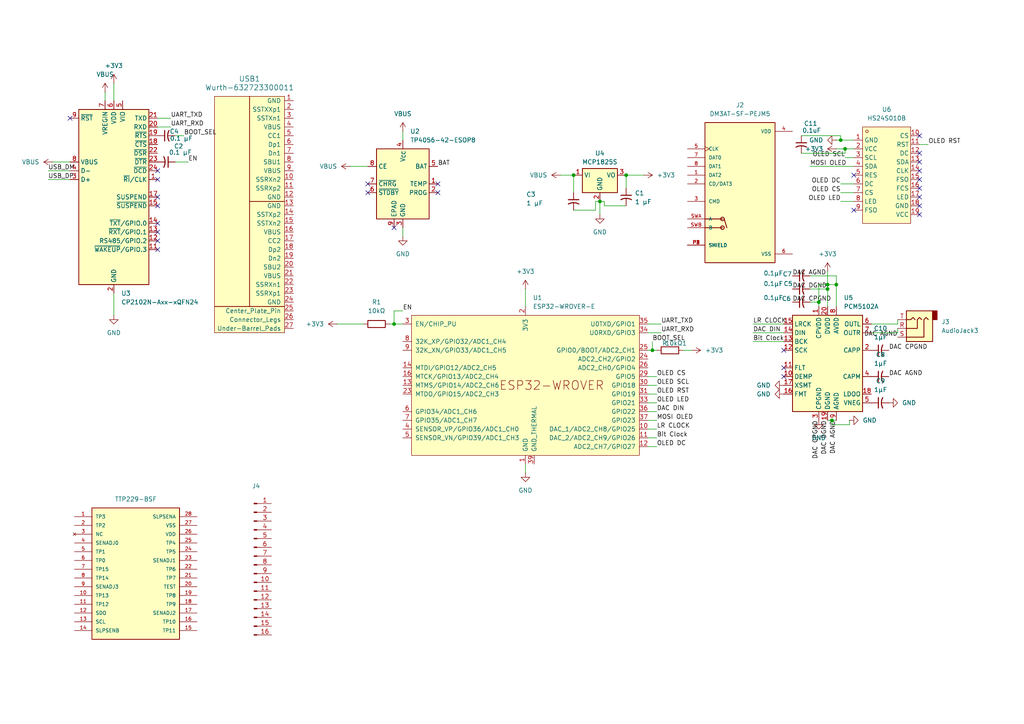
<source format=kicad_sch>
(kicad_sch (version 20250114) (generator "eeschema") (generator_version "9.0")
  (paper "A4")
  (lib_symbols
    (symbol "Audio:PCM5102A"
      (property "Reference" "U" (at -10.16 13.97 0))
      (property "Value" "PCM5102A" (at 3.81 13.97 0))
      (symbol "PCM5102A_0_1"
        (rectangle (start -10.16 12.7) (end 10.16 -15.24) (stroke (width 0.254)) (fill (type background)))
      )
      (symbol "PCM5102A_1_1"
        (pin input line (at -12.7 10.16 0) (length 2.54) (name "LRCK") (number "15"))
        (pin input line (at -12.7 7.62 0) (length 2.54) (name "DIN") (number "14"))
        (pin input line (at -12.7 5.08 0) (length 2.54) (name "BCK") (number "13"))
        (pin input line (at -12.7 2.54 0) (length 2.54) (name "SCK") (number "12"))
        (pin input line (at -12.7 -2.54 0) (length 2.54) (name "FLT") (number "11"))
        (pin input line (at -12.7 -5.08 0) (length 2.54) (name "DEMP") (number "10"))
        (pin input line (at -12.7 -7.62 0) (length 2.54) (name "XSMT") (number "17"))
        (pin input line (at -12.7 -10.16 0) (length 2.54) (name "FMT") (number "16"))
        (pin passive line (at -2.54 15.24 270) (length 2.54) (name "CPVDD") (number "1"))
        (pin power_in line (at -2.54 -17.78 90) (length 2.54) (name "CPGND") (number "3"))
        (pin power_in line (at 0 15.24 270) (length 2.54) (name "DVDD") (number "20"))
        (pin power_in line (at 0 -17.78 90) (length 2.54) (name "DGND") (number "19"))
        (pin power_in line (at 2.54 15.24 270) (length 2.54) (name "AVDD") (number "8"))
        (pin power_in line (at 2.54 -17.78 90) (length 2.54) (name "AGND") (number "9"))
        (pin output line (at 12.7 10.16 180) (length 2.54) (name "OUTL") (number "6"))
        (pin output line (at 12.7 7.62 180) (length 2.54) (name "OUTR") (number "7"))
        (pin passive line (at 12.7 2.54 180) (length 2.54) (name "CAPP") (number "2"))
        (pin passive line (at 12.7 -5.08 180) (length 2.54) (name "CAPM") (number "4"))
        (pin passive line (at 12.7 -10.16 180) (length 2.54) (name "LDOO") (number "18"))
        (pin passive line (at 12.7 -12.7 180) (length 2.54) (name "VNEG") (number "5"))
      )
    )
    (symbol "Battery_Management:TP4056-42-ESOP8"
      (property "Reference" "U" (at -6.604 11.684 0))
      (property "Value" "TP4056-42-ESOP8" (at 10.16 11.684 0))
      (symbol "TP4056-42-ESOP8_1_0"
        (pin input line (at -10.16 5.08 0) (length 2.54) (name "CE") (number "8"))
        (pin open_collector line (at -10.16 0 0) (length 2.54) (name "~{CHRG}") (number "7"))
        (pin open_collector line (at -10.16 -2.54 0) (length 2.54) (name "~{STDBY}") (number "6"))
        (pin passive line (at -2.54 -12.7 90) (length 2.54) (name "EPAD") (number "9"))
        (pin power_in line (at 0 12.7 270) (length 2.54) (name "V_{CC}") (number "4"))
        (pin power_in line (at 0 -12.7 90) (length 2.54) (name "GND") (number "3"))
        (pin power_out line (at 10.16 5.08 180) (length 2.54) (name "BAT") (number "5"))
        (pin input line (at 10.16 0 180) (length 2.54) (name "TEMP") (number "1"))
        (pin passive line (at 10.16 -2.54 180) (length 2.54) (name "PROG") (number "2"))
      )
      (symbol "TP4056-42-ESOP8_1_1"
        (rectangle (start -7.62 10.16) (end 7.62 -10.16) (stroke (width 0.254)) (fill (type background)))
      )
    )
    (symbol "Connector:Conn_01x16_Pin" (pin_names (offset 1.016) (hide yes))
      (property "Reference" "J" (at 0 20.32 0))
      (property "Value" "Conn_01x16_Pin" (at 0 -22.86 0))
      (symbol "Conn_01x16_Pin_1_1"
        (rectangle (start 0.8636 17.907) (end 0 17.653) (stroke (width 0.1524)) (fill (type outline)))
        (rectangle (start 0.8636 15.367) (end 0 15.113) (stroke (width 0.1524)) (fill (type outline)))
        (rectangle (start 0.8636 12.827) (end 0 12.573) (stroke (width 0.1524)) (fill (type outline)))
        (rectangle (start 0.8636 10.287) (end 0 10.033) (stroke (width 0.1524)) (fill (type outline)))
        (rectangle (start 0.8636 7.747) (end 0 7.493) (stroke (width 0.1524)) (fill (type outline)))
        (rectangle (start 0.8636 5.207) (end 0 4.953) (stroke (width 0.1524)) (fill (type outline)))
        (rectangle (start 0.8636 2.667) (end 0 2.413) (stroke (width 0.1524)) (fill (type outline)))
        (rectangle (start 0.8636 0.127) (end 0 -0.127) (stroke (width 0.1524)) (fill (type outline)))
        (rectangle (start 0.8636 -2.413) (end 0 -2.667) (stroke (width 0.1524)) (fill (type outline)))
        (rectangle (start 0.8636 -4.953) (end 0 -5.207) (stroke (width 0.1524)) (fill (type outline)))
        (rectangle (start 0.8636 -7.493) (end 0 -7.747) (stroke (width 0.1524)) (fill (type outline)))
        (rectangle (start 0.8636 -10.033) (end 0 -10.287) (stroke (width 0.1524)) (fill (type outline)))
        (rectangle (start 0.8636 -12.573) (end 0 -12.827) (stroke (width 0.1524)) (fill (type outline)))
        (rectangle (start 0.8636 -15.113) (end 0 -15.367) (stroke (width 0.1524)) (fill (type outline)))
        (rectangle (start 0.8636 -17.653) (end 0 -17.907) (stroke (width 0.1524)) (fill (type outline)))
        (rectangle (start 0.8636 -20.193) (end 0 -20.447) (stroke (width 0.1524)) (fill (type outline)))
        (polyline (pts (xy 1.27 17.78) (xy 0.8636 17.78)) (stroke (width 0.1524)))
        (polyline (pts (xy 1.27 15.24) (xy 0.8636 15.24)) (stroke (width 0.1524)))
        (polyline (pts (xy 1.27 12.7) (xy 0.8636 12.7)) (stroke (width 0.1524)))
        (polyline (pts (xy 1.27 10.16) (xy 0.8636 10.16)) (stroke (width 0.1524)))
        (polyline (pts (xy 1.27 7.62) (xy 0.8636 7.62)) (stroke (width 0.1524)))
        (polyline (pts (xy 1.27 5.08) (xy 0.8636 5.08)) (stroke (width 0.1524)))
        (polyline (pts (xy 1.27 2.54) (xy 0.8636 2.54)) (stroke (width 0.1524)))
        (polyline (pts (xy 1.27 0) (xy 0.8636 0)) (stroke (width 0.1524)))
        (polyline (pts (xy 1.27 -2.54) (xy 0.8636 -2.54)) (stroke (width 0.1524)))
        (polyline (pts (xy 1.27 -5.08) (xy 0.8636 -5.08)) (stroke (width 0.1524)))
        (polyline (pts (xy 1.27 -7.62) (xy 0.8636 -7.62)) (stroke (width 0.1524)))
        (polyline (pts (xy 1.27 -10.16) (xy 0.8636 -10.16)) (stroke (width 0.1524)))
        (polyline (pts (xy 1.27 -12.7) (xy 0.8636 -12.7)) (stroke (width 0.1524)))
        (polyline (pts (xy 1.27 -15.24) (xy 0.8636 -15.24)) (stroke (width 0.1524)))
        (polyline (pts (xy 1.27 -17.78) (xy 0.8636 -17.78)) (stroke (width 0.1524)))
        (polyline (pts (xy 1.27 -20.32) (xy 0.8636 -20.32)) (stroke (width 0.1524)))
        (pin passive line (at 5.08 17.78 180) (length 3.81) (name "Pin_1") (number "1"))
        (pin passive line (at 5.08 15.24 180) (length 3.81) (name "Pin_2") (number "2"))
        (pin passive line (at 5.08 12.7 180) (length 3.81) (name "Pin_3") (number "3"))
        (pin passive line (at 5.08 10.16 180) (length 3.81) (name "Pin_4") (number "4"))
        (pin passive line (at 5.08 7.62 180) (length 3.81) (name "Pin_5") (number "5"))
        (pin passive line (at 5.08 5.08 180) (length 3.81) (name "Pin_6") (number "6"))
        (pin passive line (at 5.08 2.54 180) (length 3.81) (name "Pin_7") (number "7"))
        (pin passive line (at 5.08 0 180) (length 3.81) (name "Pin_8") (number "8"))
        (pin passive line (at 5.08 -2.54 180) (length 3.81) (name "Pin_9") (number "9"))
        (pin passive line (at 5.08 -5.08 180) (length 3.81) (name "Pin_10") (number "10"))
        (pin passive line (at 5.08 -7.62 180) (length 3.81) (name "Pin_11") (number "11"))
        (pin passive line (at 5.08 -10.16 180) (length 3.81) (name "Pin_12") (number "12"))
        (pin passive line (at 5.08 -12.7 180) (length 3.81) (name "Pin_13") (number "13"))
        (pin passive line (at 5.08 -15.24 180) (length 3.81) (name "Pin_14") (number "14"))
        (pin passive line (at 5.08 -17.78 180) (length 3.81) (name "Pin_15") (number "15"))
        (pin passive line (at 5.08 -20.32 180) (length 3.81) (name "Pin_16") (number "16"))
      )
    )
    (symbol "Connector_Audio:AudioJack3"
      (property "Reference" "J" (at 0 8.89 0))
      (property "Value" "AudioJack3" (at 0 6.35 0))
      (symbol "AudioJack3_0_1"
        (rectangle (start -5.08 -5.08) (end -6.35 -2.54) (stroke (width 0.254)) (fill (type outline)))
        (polyline (pts (xy -1.905 -2.54) (xy -1.27 -3.175) (xy -0.635 -2.54) (xy -0.635 0) (xy 2.54 0)) (stroke (width 0.254)))
        (polyline (pts (xy 0 -2.54) (xy 0.635 -3.175) (xy 1.27 -2.54) (xy 2.54 -2.54)) (stroke (width 0.254)))
        (rectangle (start 2.54 3.81) (end -5.08 -5.08) (stroke (width 0.254)) (fill (type background)))
        (polyline (pts (xy 2.54 2.54) (xy -2.54 2.54) (xy -2.54 -2.54) (xy -3.175 -3.175) (xy -3.81 -2.54)) (stroke (width 0.254)))
      )
      (symbol "AudioJack3_1_1"
        (pin passive line (at 5.08 2.54 180) (length 2.54) (name "~") (number "S"))
        (pin passive line (at 5.08 0 180) (length 2.54) (name "~") (number "R"))
        (pin passive line (at 5.08 -2.54 180) (length 2.54) (name "~") (number "T"))
      )
    )
    (symbol "DM3AT-SF-PEJM5:DM3AT-SF-PEJM5" (pin_names (offset 1.016))
      (property "Reference" "J" (at -10.16 20.828 0))
      (property "Value" "DM3AT-SF-PEJM5" (at -10.16 -22.86 0))
      (symbol "DM3AT-SF-PEJM5_0_0"
        (polyline (pts (xy -10.16 -7.62) (xy -5.08 -7.62)) (stroke (width 0.254)))
        (polyline (pts (xy -10.16 -10.16) (xy -5.08 -10.16)) (stroke (width 0.254)))
        (rectangle (start -10.16 -20.32) (end 10.16 20.32) (stroke (width 0.254)) (fill (type background)))
        (circle (center -5.08 -7.62) (radius 0.508) (stroke (width 0.254)))
        (circle (center -5.08 -10.16) (radius 0.508) (stroke (width 0.254)))
        (polyline (pts (xy -4.572 -7.62) (xy -3.81 -10.16)) (stroke (width 0.254)))
        (pin bidirectional clock (at -15.24 12.7 0) (length 5.08) (name "CLK") (number "5"))
        (pin bidirectional line (at -15.24 10.16 0) (length 5.08) (name "DAT0") (number "7"))
        (pin bidirectional line (at -15.24 7.62 0) (length 5.08) (name "DAT1") (number "8"))
        (pin bidirectional line (at -15.24 5.08 0) (length 5.08) (name "DAT2") (number "1"))
        (pin bidirectional line (at -15.24 2.54 0) (length 5.08) (name "CD/DAT3") (number "2"))
        (pin bidirectional line (at -15.24 -2.54 0) (length 5.08) (name "CMD") (number "3"))
        (pin bidirectional line (at -15.24 -7.62 0) (length 5.08) (name "A") (number "SWA"))
        (pin bidirectional line (at -15.24 -10.16 0) (length 5.08) (name "B") (number "SWB"))
        (pin passive line (at -15.24 -15.24 0) (length 5.08) (name "SHIELD") (number "P1"))
        (pin passive line (at -15.24 -15.24 0) (length 5.08) (name "SHIELD") (number "P2"))
        (pin passive line (at -15.24 -15.24 0) (length 5.08) (name "SHIELD") (number "P3"))
        (pin passive line (at -15.24 -15.24 0) (length 5.08) (name "SHIELD") (number "P4"))
        (pin power_in line (at 15.24 17.78 180) (length 5.08) (name "VDD") (number "4"))
        (pin power_in line (at 15.24 -17.78 180) (length 5.08) (name "VSS") (number "6"))
      )
    )
    (symbol "Device:C_Small_US" (pin_numbers (hide yes)) (pin_names (offset 0.254) (hide yes))
      (property "Reference" "C" (at 0.254 1.778 0))
      (property "Value" "C_Small_US" (at 0.254 -2.032 0))
      (symbol "C_Small_US_0_1"
        (polyline (pts (xy -1.524 0.508) (xy 1.524 0.508)) (stroke (width 0.3048)))
        (arc (start -1.524 -0.762) (mid 0 -0.3734) (end 1.524 -0.762) (stroke (width 0.3048)))
      )
      (symbol "C_Small_US_1_1"
        (pin passive line (at 0 2.54 270) (length 2.032) (name "~") (number "1"))
        (pin passive line (at 0 -2.54 90) (length 2.032) (name "~") (number "2"))
      )
    )
    (symbol "Device:R" (pin_numbers (hide yes)) (pin_names (offset 0))
      (property "Reference" "R" (at 2.032 0 90))
      (property "Value" "R" (at 0 0 90))
      (symbol "R_0_1"
        (rectangle (start -1.016 -2.54) (end 1.016 2.54) (stroke (width 0.254)))
      )
      (symbol "R_1_1"
        (pin passive line (at 0 3.81 270) (length 1.27) (name "~") (number "1"))
        (pin passive line (at 0 -3.81 90) (length 1.27) (name "~") (number "2"))
      )
    )
    (symbol "Espressif:ESP32-WROVER-E" (pin_names (offset 1.016))
      (property "Reference" "U" (at -30.48 25.4 0))
      (property "Value" "ESP32-WROVER-E" (at -30.48 22.86 0))
      (symbol "ESP32-WROVER-E_0_1"
        (rectangle (start -33.02 20.32) (end 33.02 -20.32) (fill (type background)))
      )
      (symbol "ESP32-WROVER-E_1_1"
        (text "ESP32-­WROVER" (at 7.62 0 0) (effects (font (size 2.54 2.54))))
        (pin input line (at -35.56 17.78 0) (length 2.54) (name "EN/CHIP_PU") (number "3"))
        (pin bidirectional line (at -35.56 12.7 0) (length 2.54) (name "32K_XP/GPIO32/ADC1_CH4") (number "8"))
        (pin bidirectional line (at -35.56 10.16 0) (length 2.54) (name "32K_XN/GPIO33/ADC1_CH5") (number "9"))
        (pin bidirectional line (at -35.56 5.08 0) (length 2.54) (name "MTDI/GPIO12/ADC2_CH5") (number "14"))
        (pin bidirectional line (at -35.56 2.54 0) (length 2.54) (name "MTCK/GPIO13/ADC2_CH4") (number "16"))
        (pin bidirectional line (at -35.56 0 0) (length 2.54) (name "MTMS/GPIO14/ADC2_CH6") (number "13"))
        (pin bidirectional line (at -35.56 -2.54 0) (length 2.54) (name "MTDO/GPIO15/ADC2_CH3") (number "23"))
        (pin input line (at -35.56 -7.62 0) (length 2.54) (name "GPIO34/ADC1_CH6") (number "6"))
        (pin input line (at -35.56 -10.16 0) (length 2.54) (name "GPIO35/ADC1_CH7") (number "7"))
        (pin input line (at -35.56 -12.7 0) (length 2.54) (name "SENSOR_VP/GPIO36/ADC1_CH0") (number "4"))
        (pin input line (at -35.56 -15.24 0) (length 2.54) (name "SENSOR_VN/GPIO39/ADC1_CH3") (number "5"))
        (pin power_in line (at 0 22.86 270) (length 2.54) (name "3V3") (number "2"))
        (pin power_in line (at 0 -22.86 90) (length 2.54) (name "GND") (number "1"))
        (pin passive line (at 0 -22.86 90) (length 2.54) (hide yes) (name "GND") (number "15"))
        (pin passive line (at 0 -22.86 90) (length 2.54) (hide yes) (name "GND") (number "38"))
        (pin power_in line (at 2.54 -22.86 90) (length 2.54) (name "GND_THERMAL") (number "39"))
        (pin bidirectional line (at 35.56 17.78 180) (length 2.54) (name "U0TXD/GPIO1") (number "35"))
        (pin bidirectional line (at 35.56 15.24 180) (length 2.54) (name "U0RXD/GPIO3") (number "34"))
        (pin bidirectional line (at 35.56 10.16 180) (length 2.54) (name "GPIO0/BOOT/ADC2_CH1") (number "25"))
        (pin bidirectional line (at 35.56 7.62 180) (length 2.54) (name "ADC2_CH2/GPIO2") (number "24"))
        (pin bidirectional line (at 35.56 5.08 180) (length 2.54) (name "ADC2_CH0/GPIO4") (number "26"))
        (pin bidirectional line (at 35.56 2.54 180) (length 2.54) (name "GPIO5") (number "29"))
        (pin bidirectional line (at 35.56 0 180) (length 2.54) (name "GPIO18") (number "30"))
        (pin bidirectional line (at 35.56 -2.54 180) (length 2.54) (name "GPIO19") (number "31"))
        (pin bidirectional line (at 35.56 -5.08 180) (length 2.54) (name "GPIO21") (number "33"))
        (pin bidirectional line (at 35.56 -7.62 180) (length 2.54) (name "GPIO22") (number "36"))
        (pin bidirectional line (at 35.56 -10.16 180) (length 2.54) (name "GPIO23") (number "37"))
        (pin bidirectional line (at 35.56 -12.7 180) (length 2.54) (name "DAC_1/ADC2_CH8/GPIO25") (number "10"))
        (pin bidirectional line (at 35.56 -15.24 180) (length 2.54) (name "DAC_2/ADC2_CH9/GPIO26") (number "11"))
        (pin bidirectional line (at 35.56 -17.78 180) (length 2.54) (name "ADC2_CH7/GPIO27") (number "12"))
      )
    )
    (symbol "Interface_USB:CP2102N-Axx-xQFN24"
      (property "Reference" "U" (at -8.89 26.67 0))
      (property "Value" "CP2102N-Axx-xQFN24" (at 13.97 26.67 0))
      (symbol "CP2102N-Axx-xQFN24_0_1"
        (rectangle (start -10.16 25.4) (end 10.16 -25.4) (stroke (width 0.254)) (fill (type background)))
      )
      (symbol "CP2102N-Axx-xQFN24_1_1"
        (pin input line (at -12.7 22.86 0) (length 2.54) (name "~{RST}") (number "9"))
        (pin input line (at -12.7 10.16 0) (length 2.54) (name "VBUS") (number "8"))
        (pin bidirectional line (at -12.7 7.62 0) (length 2.54) (name "D-") (number "4"))
        (pin bidirectional line (at -12.7 5.08 0) (length 2.54) (name "D+") (number "3"))
        (pin no_connect line (at -10.16 -22.86 0) (length 2.54) (hide yes) (name "NC") (number "10"))
        (pin power_in line (at -2.54 27.94 270) (length 2.54) (name "VREGIN") (number "7"))
        (pin power_in line (at 0 27.94 270) (length 2.54) (name "VDD") (number "6"))
        (pin power_in line (at 0 -27.94 90) (length 2.54) (name "GND") (number "2"))
        (pin passive line (at 0 -27.94 90) (length 2.54) (hide yes) (name "GND") (number "25"))
        (pin power_in line (at 2.54 27.94 270) (length 2.54) (name "VIO") (number "5"))
        (pin no_connect line (at 10.16 -22.86 180) (length 2.54) (hide yes) (name "NC") (number "16"))
        (pin output line (at 12.7 22.86 180) (length 2.54) (name "TXD") (number "21"))
        (pin input line (at 12.7 20.32 180) (length 2.54) (name "RXD") (number "20"))
        (pin output line (at 12.7 17.78 180) (length 2.54) (name "~{RTS}") (number "19"))
        (pin input line (at 12.7 15.24 180) (length 2.54) (name "~{CTS}") (number "18"))
        (pin input line (at 12.7 12.7 180) (length 2.54) (name "~{DSR}") (number "22"))
        (pin output line (at 12.7 10.16 180) (length 2.54) (name "~{DTR}") (number "23"))
        (pin input line (at 12.7 7.62 180) (length 2.54) (name "~{DCD}") (number "24"))
        (pin bidirectional line (at 12.7 5.08 180) (length 2.54) (name "~{RI}/CLK") (number "1"))
        (pin output line (at 12.7 0 180) (length 2.54) (name "SUSPEND") (number "17"))
        (pin output line (at 12.7 -2.54 180) (length 2.54) (name "~{SUSPEND}") (number "15"))
        (pin bidirectional line (at 12.7 -7.62 180) (length 2.54) (name "~{TXT}/GPIO.0") (number "14"))
        (pin bidirectional line (at 12.7 -10.16 180) (length 2.54) (name "~{RXT}/GPIO.1") (number "13"))
        (pin bidirectional line (at 12.7 -12.7 180) (length 2.54) (name "RS485/GPIO.2") (number "12"))
        (pin bidirectional line (at 12.7 -15.24 180) (length 2.54) (name "~{WAKEUP}/GPIO.3") (number "11"))
      )
    )
    (symbol "OLED:HS24S010B"
      (property "Reference" "U" (at 0 16.51 0))
      (property "Value" "HS24S010B" (at 0 -16.51 0))
      (symbol "HS24S010B_0_1"
        (rectangle (start -7.62 13.97) (end 6.35 -13.97) (fill (type background)))
        (circle (center -6.35 12.7) (radius 0.38))
        (pin unspecified line (at -10.16 10.16 0) (length 2.54) (name "GND") (number "1"))
        (pin unspecified line (at -10.16 7.62 0) (length 2.54) (name "VCC") (number "2"))
        (pin unspecified line (at -10.16 5.08 0) (length 2.54) (name "SCL") (number "3"))
        (pin unspecified line (at -10.16 2.54 0) (length 2.54) (name "SDA") (number "4"))
        (pin unspecified line (at -10.16 0 0) (length 2.54) (name "RES") (number "5"))
        (pin unspecified line (at -10.16 -2.54 0) (length 2.54) (name "DC") (number "6"))
        (pin unspecified line (at -10.16 -5.08 0) (length 2.54) (name "CS") (number "7"))
        (pin unspecified line (at -10.16 -7.62 0) (length 2.54) (name "LED") (number "8"))
        (pin unspecified line (at -10.16 -10.16 0) (length 2.54) (name "FSO") (number "9"))
        (pin unspecified line (at 8.89 11.43 180) (length 2.54) (name "CS") (number "10"))
        (pin unspecified line (at 8.89 8.89 180) (length 2.54) (name "RST") (number "11"))
        (pin unspecified line (at 8.89 6.35 180) (length 2.54) (name "DC") (number "12"))
        (pin unspecified line (at 8.89 3.81 180) (length 2.54) (name "SDA") (number "13"))
        (pin unspecified line (at 8.89 1.27 180) (length 2.54) (name "CLK") (number "14"))
        (pin unspecified line (at 8.89 -1.27 180) (length 2.54) (name "FSO") (number "15"))
        (pin unspecified line (at 8.89 -3.81 180) (length 2.54) (name "FCS") (number "16"))
        (pin unspecified line (at 8.89 -6.35 180) (length 2.54) (name "LED") (number "17"))
        (pin unspecified line (at 8.89 -8.89 180) (length 2.54) (name "GND") (number "18"))
        (pin unspecified line (at 8.89 -11.43 180) (length 2.54) (name "VCC") (number "19"))
      )
    )
    (symbol "Regulator_Linear:MCP1825S"
      (property "Reference" "U" (at -3.81 3.175 0))
      (property "Value" "MCP1825S" (at 0 3.175 0))
      (symbol "MCP1825S_0_1"
        (rectangle (start -5.08 1.905) (end 5.08 -5.08) (stroke (width 0.254)) (fill (type background)))
      )
      (symbol "MCP1825S_1_1"
        (pin power_in line (at -7.62 0 0) (length 2.54) (name "VI") (number "1"))
        (pin power_in line (at 0 -7.62 90) (length 2.54) (name "GND") (number "2"))
        (pin power_out line (at 7.62 0 180) (length 2.54) (name "VO") (number "3"))
      )
    )
    (symbol "TTP229-BSF:TTP229-BSF" (pin_names (offset 1.016))
      (property "Reference" "IC" (at 31.75 7.62 0))
      (property "Value" "TTP229-BSF" (at 31.75 5.08 0))
      (symbol "TTP229-BSF_0_0"
        (rectangle (start 5.08 -35.56) (end 30.48 2.54) (stroke (width 0.254)) (fill (type background)))
        (pin bidirectional line (at 0 0 0) (length 5.08) (name "TP3") (number "1"))
        (pin bidirectional line (at 0 -2.54 0) (length 5.08) (name "TP2") (number "2"))
        (pin no_connect line (at 0 -5.08 0) (length 5.08) (name "NC") (number "3"))
        (pin bidirectional line (at 0 -7.62 0) (length 5.08) (name "SENADJ0") (number "4"))
        (pin bidirectional line (at 0 -10.16 0) (length 5.08) (name "TP1") (number "5"))
        (pin bidirectional line (at 0 -12.7 0) (length 5.08) (name "TP0") (number "6"))
        (pin bidirectional line (at 0 -15.24 0) (length 5.08) (name "TP15") (number "7"))
        (pin bidirectional line (at 0 -17.78 0) (length 5.08) (name "TP14") (number "8"))
        (pin bidirectional line (at 0 -20.32 0) (length 5.08) (name "SENADJ3") (number "9"))
        (pin bidirectional line (at 0 -22.86 0) (length 5.08) (name "TP13") (number "10"))
        (pin bidirectional line (at 0 -25.4 0) (length 5.08) (name "TP12") (number "11"))
        (pin bidirectional line (at 0 -27.94 0) (length 5.08) (name "SDO") (number "12"))
        (pin bidirectional line (at 0 -30.48 0) (length 5.08) (name "SCL") (number "13"))
        (pin bidirectional line (at 0 -33.02 0) (length 5.08) (name "SLPSENB") (number "14"))
        (pin bidirectional line (at 35.56 0 180) (length 5.08) (name "SLPSENA") (number "28"))
        (pin bidirectional line (at 35.56 -2.54 180) (length 5.08) (name "VSS") (number "27"))
        (pin bidirectional line (at 35.56 -5.08 180) (length 5.08) (name "VDD") (number "26"))
        (pin bidirectional line (at 35.56 -7.62 180) (length 5.08) (name "TP4") (number "25"))
        (pin bidirectional line (at 35.56 -10.16 180) (length 5.08) (name "TP5") (number "24"))
        (pin bidirectional line (at 35.56 -12.7 180) (length 5.08) (name "SENADJ1") (number "23"))
        (pin bidirectional line (at 35.56 -15.24 180) (length 5.08) (name "TP6") (number "22"))
        (pin bidirectional line (at 35.56 -17.78 180) (length 5.08) (name "TP7") (number "21"))
        (pin bidirectional line (at 35.56 -20.32 180) (length 5.08) (name "TEST") (number "20"))
        (pin bidirectional line (at 35.56 -22.86 180) (length 5.08) (name "TP8") (number "19"))
        (pin bidirectional line (at 35.56 -25.4 180) (length 5.08) (name "TP9") (number "18"))
        (pin bidirectional line (at 35.56 -27.94 180) (length 5.08) (name "SENADJ2") (number "17"))
        (pin bidirectional line (at 35.56 -30.48 180) (length 5.08) (name "TP10") (number "16"))
        (pin bidirectional line (at 35.56 -33.02 180) (length 5.08) (name "TP11") (number "15"))
      )
    )
    (symbol "Type-C:Wurth-632723300011" (pin_names (offset 1.016))
      (property "Reference" "USB" (at -16.51 0 90))
      (property "Value" "Wurth-632723300011" (at -13.97 0 90))
      (symbol "Wurth-632723300011_0_1"
        (rectangle (start -10.16 30.48) (end -20.32 -30.48) (fill (type background)))
        (rectangle (start -10.16 0) (end 0 -30.48) (fill (type background)))
        (rectangle (start 0 0) (end -10.16 30.48) (fill (type background)))
        (rectangle (start 0 -30.48) (end -20.32 -38.1) (fill (type background)))
      )
      (symbol "Wurth-632723300011_1_1"
        (pin input line (at 2.54 29.21 180) (length 2.54) (name "GND") (number "1"))
        (pin input line (at 2.54 26.67 180) (length 2.54) (name "SSTXXp1") (number "2"))
        (pin input line (at 2.54 24.13 180) (length 2.54) (name "SSTXn1") (number "3"))
        (pin input line (at 2.54 21.59 180) (length 2.54) (name "VBUS") (number "4"))
        (pin input line (at 2.54 19.05 180) (length 2.54) (name "CC1") (number "5"))
        (pin input line (at 2.54 16.51 180) (length 2.54) (name "Dp1") (number "6"))
        (pin input line (at 2.54 13.97 180) (length 2.54) (name "Dn1") (number "7"))
        (pin input line (at 2.54 11.43 180) (length 2.54) (name "SBU1") (number "8"))
        (pin input line (at 2.54 8.89 180) (length 2.54) (name "VBUS") (number "9"))
        (pin input line (at 2.54 6.35 180) (length 2.54) (name "SSRXn2") (number "10"))
        (pin input line (at 2.54 3.81 180) (length 2.54) (name "SSRXp2") (number "11"))
        (pin input line (at 2.54 1.27 180) (length 2.54) (name "GND") (number "12"))
        (pin input line (at 2.54 -1.27 180) (length 2.54) (name "GND") (number "13"))
        (pin input line (at 2.54 -3.81 180) (length 2.54) (name "SSTXp2") (number "14"))
        (pin input line (at 2.54 -6.35 180) (length 2.54) (name "SSTXn2") (number "15"))
        (pin input line (at 2.54 -8.89 180) (length 2.54) (name "VBUS") (number "16"))
        (pin input line (at 2.54 -11.43 180) (length 2.54) (name "CC2") (number "17"))
        (pin input line (at 2.54 -13.97 180) (length 2.54) (name "Dp2") (number "18"))
        (pin input line (at 2.54 -16.51 180) (length 2.54) (name "Dn2") (number "19"))
        (pin input line (at 2.54 -19.05 180) (length 2.54) (name "SBU2") (number "20"))
        (pin input line (at 2.54 -21.59 180) (length 2.54) (name "VBUS") (number "21"))
        (pin input line (at 2.54 -24.13 180) (length 2.54) (name "SSRXn1") (number "22"))
        (pin input line (at 2.54 -26.67 180) (length 2.54) (name "SSRXp1") (number "23"))
        (pin input line (at 2.54 -29.21 180) (length 2.54) (name "GND") (number "24"))
        (pin input line (at 2.54 -31.75 180) (length 2.54) (name "Center_Plate_Pin") (number "25"))
        (pin input line (at 2.54 -34.29 180) (length 2.54) (name "Connector_Legs") (number "26"))
        (pin input line (at 2.54 -36.83 180) (length 2.54) (name "Under-Barrel_Pads") (number "27"))
      )
    )
    (symbol "power:+3V3" (power) (pin_numbers (hide yes)) (pin_names (offset 0) (hide yes))
      (property "Value" "+3V3" (at 0 3.556 0))
      (symbol "+3V3_0_1"
        (polyline (pts (xy -0.762 1.27) (xy 0 2.54)))
        (polyline (pts (xy 0 2.54) (xy 0.762 1.27)))
        (polyline (pts (xy 0 0) (xy 0 2.54)))
      )
      (symbol "+3V3_1_1"
        (pin power_in line (at 0 0 90) (length 0) (name "~") (number "1"))
      )
    )
    (symbol "power:GND" (power) (pin_numbers (hide yes)) (pin_names (offset 0) (hide yes))
      (property "Value" "GND" (at 0 -3.81 0))
      (symbol "GND_0_1"
        (polyline (pts (xy 0 0) (xy 0 -1.27) (xy 1.27 -1.27) (xy 0 -2.54) (xy -1.27 -1.27) (xy 0 -1.27)))
      )
      (symbol "GND_1_1"
        (pin power_in line (at 0 0 270) (length 0) (name "~") (number "1"))
      )
    )
    (symbol "power:VBUS" (power) (pin_numbers (hide yes)) (pin_names (offset 0) (hide yes))
      (property "Value" "VBUS" (at 0 3.556 0))
      (symbol "VBUS_0_1"
        (polyline (pts (xy -0.762 1.27) (xy 0 2.54)))
        (polyline (pts (xy 0 2.54) (xy 0.762 1.27)))
        (polyline (pts (xy 0 0) (xy 0 2.54)))
      )
      (symbol "VBUS_1_1"
        (pin power_in line (at 0 0 90) (length 0) (name "~") (number "1"))
      )
    )
  )
  (junction (at 243.84 40.64))
  (junction (at 166.37 50.8))
  (junction (at 241.3 121.92))
  (junction (at 242.57 82.55))
  (junction (at 240.03 82.55))
  (junction (at 114.3 93.98))
  (junction (at 181.61 50.8))
  (junction (at 173.99 58.42))
  (junction (at 240.03 83.82))
  (junction (at 189.23 101.6))
  (junction (at 237.49 87.63))
  (junction (at 245.11 43.18))
  (no_connect (at 45.72 52.07))
  (no_connect (at 45.72 57.15))
  (no_connect (at 227.33 106.68))
  (no_connect (at 247.65 60.96))
  (no_connect (at 266.7 44.45))
  (no_connect (at 45.72 69.85))
  (no_connect (at 266.7 52.07))
  (no_connect (at 266.7 62.23))
  (no_connect (at 266.7 54.61))
  (no_connect (at 247.65 50.8))
  (no_connect (at 106.68 53.34))
  (no_connect (at 45.72 59.69))
  (no_connect (at 266.7 59.69))
  (no_connect (at 45.72 49.53))
  (no_connect (at 127 55.88))
  (no_connect (at 45.72 72.39))
  (no_connect (at 227.33 101.6))
  (no_connect (at 266.7 57.15))
  (no_connect (at 266.7 46.99))
  (no_connect (at 45.72 64.77))
  (no_connect (at 266.7 39.37))
  (no_connect (at 127 53.34))
  (no_connect (at 20.32 34.29))
  (no_connect (at 227.33 109.22))
  (no_connect (at 266.7 49.53))
  (no_connect (at 114.3 66.04))
  (no_connect (at 45.72 67.31))
  (no_connect (at 106.68 55.88))
  (wire (pts (xy 33.02 24.13) (xy 33.02 29.21)))
  (wire (pts (xy 232.41 44.45) (xy 245.11 44.45)))
  (wire (pts (xy 232.41 39.37) (xy 243.84 39.37)))
  (wire (pts (xy 181.61 50.8) (xy 181.61 54.61)))
  (wire (pts (xy 15.24 46.99) (xy 20.32 46.99)))
  (wire (pts (xy 13.97 52.07) (xy 20.32 52.07)))
  (wire (pts (xy 242.57 43.18) (xy 245.11 43.18)))
  (wire (pts (xy 246.38 123.19) (xy 246.38 121.92)))
  (wire (pts (xy 187.96 111.76) (xy 190.5 111.76)))
  (wire (pts (xy 241.3 121.92) (xy 241.3 123.19)))
  (wire (pts (xy 114.3 93.98) (xy 116.84 93.98)))
  (wire (pts (xy 50.8 39.37) (xy 53.34 39.37)))
  (wire (pts (xy 218.44 93.98) (xy 227.33 93.98)))
  (wire (pts (xy 189.23 101.6) (xy 190.5 101.6)))
  (wire (pts (xy 243.84 53.34) (xy 247.65 53.34)))
  (wire (pts (xy 198.12 101.6) (xy 200.66 101.6)))
  (wire (pts (xy 187.96 116.84) (xy 190.5 116.84)))
  (wire (pts (xy 241.3 123.19) (xy 246.38 123.19)))
  (wire (pts (xy 187.96 96.52) (xy 191.77 96.52)))
  (wire (pts (xy 243.84 58.42) (xy 247.65 58.42)))
  (wire (pts (xy 234.95 48.26) (xy 247.65 48.26)))
  (wire (pts (xy 240.03 121.92) (xy 241.3 121.92)))
  (wire (pts (xy 242.57 88.9) (xy 242.57 82.55)))
  (wire (pts (xy 30.48 26.67) (xy 30.48 29.21)))
  (wire (pts (xy 241.3 121.92) (xy 242.57 121.92)))
  (wire (pts (xy 173.99 58.42) (xy 173.99 62.23)))
  (wire (pts (xy 234.95 83.82) (xy 240.03 83.82)))
  (wire (pts (xy 175.26 58.42) (xy 173.99 58.42)))
  (wire (pts (xy 162.56 50.8) (xy 166.37 50.8)))
  (wire (pts (xy 245.11 43.18) (xy 247.65 43.18)))
  (wire (pts (xy 113.03 93.98) (xy 114.3 93.98)))
  (wire (pts (xy 187.96 121.92) (xy 190.5 121.92)))
  (wire (pts (xy 187.96 129.54) (xy 190.5 129.54)))
  (wire (pts (xy 187.96 127) (xy 190.5 127)))
  (wire (pts (xy 50.8 46.99) (xy 54.61 46.99)))
  (wire (pts (xy 114.3 90.17) (xy 114.3 93.98)))
  (wire (pts (xy 237.49 82.55) (xy 237.49 87.63)))
  (wire (pts (xy 187.96 114.3) (xy 190.5 114.3)))
  (wire (pts (xy 242.57 80.01) (xy 242.57 82.55)))
  (wire (pts (xy 45.72 36.83) (xy 49.53 36.83)))
  (wire (pts (xy 45.72 34.29) (xy 49.53 34.29)))
  (wire (pts (xy 101.6 48.26) (xy 106.68 48.26)))
  (wire (pts (xy 175.26 59.69) (xy 175.26 58.42)))
  (wire (pts (xy 116.84 66.04) (xy 116.84 68.58)))
  (wire (pts (xy 166.37 50.8) (xy 166.37 55.88)))
  (wire (pts (xy 187.96 119.38) (xy 190.5 119.38)))
  (wire (pts (xy 172.72 58.42) (xy 173.99 58.42)))
  (wire (pts (xy 33.02 85.09) (xy 33.02 91.44)))
  (wire (pts (xy 260.35 93.98) (xy 260.35 92.71)))
  (wire (pts (xy 172.72 60.96) (xy 172.72 58.42)))
  (wire (pts (xy 237.49 87.63) (xy 237.49 88.9)))
  (wire (pts (xy 116.84 90.17) (xy 114.3 90.17)))
  (wire (pts (xy 252.73 96.52) (xy 260.35 96.52)))
  (wire (pts (xy 187.96 124.46) (xy 190.5 124.46)))
  (wire (pts (xy 260.35 96.52) (xy 260.35 95.25)))
  (wire (pts (xy 237.49 82.55) (xy 240.03 82.55)))
  (wire (pts (xy 243.84 55.88) (xy 247.65 55.88)))
  (wire (pts (xy 240.03 78.74) (xy 240.03 82.55)))
  (wire (pts (xy 13.97 49.53) (xy 20.32 49.53)))
  (wire (pts (xy 245.11 45.72) (xy 247.65 45.72)))
  (wire (pts (xy 189.23 99.06) (xy 189.23 101.6)))
  (wire (pts (xy 218.44 96.52) (xy 227.33 96.52)))
  (wire (pts (xy 234.95 80.01) (xy 242.57 80.01)))
  (wire (pts (xy 242.57 82.55) (xy 240.03 82.55)))
  (wire (pts (xy 181.61 50.8) (xy 186.69 50.8)))
  (wire (pts (xy 187.96 93.98) (xy 191.77 93.98)))
  (wire (pts (xy 166.37 60.96) (xy 172.72 60.96)))
  (wire (pts (xy 242.57 40.64) (xy 243.84 40.64)))
  (wire (pts (xy 266.7 41.91) (xy 269.24 41.91)))
  (wire (pts (xy 152.4 83.82) (xy 152.4 88.9)))
  (wire (pts (xy 243.84 39.37) (xy 243.84 40.64)))
  (wire (pts (xy 243.84 40.64) (xy 247.65 40.64)))
  (wire (pts (xy 116.84 38.1) (xy 116.84 40.64)))
  (wire (pts (xy 152.4 134.62) (xy 152.4 137.16)))
  (wire (pts (xy 234.95 87.63) (xy 237.49 87.63)))
  (wire (pts (xy 97.79 93.98) (xy 105.41 93.98)))
  (wire (pts (xy 187.96 101.6) (xy 189.23 101.6)))
  (wire (pts (xy 181.61 59.69) (xy 175.26 59.69)))
  (wire (pts (xy 240.03 83.82) (xy 240.03 88.9)))
  (wire (pts (xy 187.96 109.22) (xy 190.5 109.22)))
  (wire (pts (xy 252.73 93.98) (xy 260.35 93.98)))
  (wire (pts (xy 245.11 44.45) (xy 245.11 43.18)))
  (wire (pts (xy 240.03 82.55) (xy 240.03 83.82)))
  (wire (pts (xy 218.44 99.06) (xy 227.33 99.06)))
  (label "EN" (at 54.61 46.99 0))
  (label "Bit Clock" (at 190.5 127 0))
  (label "LR CLOCK" (at 218.44 93.98 0))
  (label "OLED LED" (at 190.5 116.84 0))
  (label "Bit Clock" (at 218.44 99.06 0))
  (label "DAC DIN" (at 218.44 96.52 0))
  (label "DAC DGND" (at 229.87 83.82 0))
  (label "DAC DIN" (at 190.5 119.38 0))
  (label "UART_TXD" (at 49.53 34.29 0))
  (label "DAC AGND" (at 257.81 109.22 0))
  (label "MOSI OLED" (at 234.95 48.26 0))
  (label "LR CLOCK" (at 190.5 124.46 0))
  (label "DAC CPGND" (at 237.49 121.92 270))
  (label "USB_DP" (at 13.97 52.07 0))
  (label "OLED SCL" (at 190.5 111.76 0))
  (label "UART_TXD" (at 191.77 93.98 0))
  (label "BOOT_SEL" (at 53.34 39.37 0))
  (label "OLED RST" (at 269.24 41.91 0))
  (label "UART_RXD" (at 49.53 36.83 0))
  (label "OLED CS" (at 243.84 55.88 180))
  (label "DAC AGND" (at 242.57 121.92 270))
  (label "MOSI OLED" (at 190.5 121.92 0))
  (label "OLED CS" (at 190.5 109.22 0))
  (label "OLED DC" (at 243.84 53.34 180))
  (label "DAC CPGND" (at 229.87 87.63 0))
  (label "BOOT_SEL" (at 189.23 99.06 0))
  (label "EN" (at 116.84 90.17 0))
  (label "DAC DGND" (at 240.03 121.92 270))
  (label "OLED RST" (at 190.5 114.3 0))
  (label "BAT" (at 127 48.26 0))
  (label "DAC CPGND" (at 257.81 101.6 0))
  (label "DAC AGND" (at 229.87 80.01 0))
  (label "OLED LED" (at 243.84 58.42 180))
  (label "UART_RXD" (at 191.77 96.52 0))
  (label "DAC AGND" (at 260.35 97.79 180))
  (label "OLED DC" (at 190.5 129.54 0))
  (label "USB_DM" (at 13.97 49.53 0))
  (label "OLED SCL" (at 245.11 45.72 180))
  (symbol (lib_id "power:VBUS") (at 15.24 46.99 90) (unit 1)
    (property "Reference" "#PWR08" (effects (hide yes)))
    (property "Value" "VBUS" (at 11.43 46.9899 90) (effects (justify left)))
    (property "Description" "Power symbol creates a global label with name \"VBUS\"" (effects (hide yes)))
  )
  (symbol (lib_id "Device:C_Small_US") (at 255.27 116.84 90) (unit 1)
    (property "Reference" "C9" (at 255.397 110.49 90))
    (property "Value" "1 µF" (at 255.397 113.03 90))
    (property "Description" "capacitor, small US symbol" (effects (hide yes)))
  )
  (symbol (lib_id "power:+3V3") (at 97.79 93.98 90) (unit 1)
    (property "Reference" "#PWR013" (effects (hide yes)))
    (property "Value" "+3V3" (at 93.98 93.9799 90) (effects (justify left)))
    (property "Description" "Power symbol creates a global label with name \"+3V3\"" (effects (hide yes)))
  )
  (symbol (lib_id "Device:C_Small_US") (at 166.37 58.42 0) (unit 1)
    (property "Reference" "C3" (at 152.654 56.388 0) (effects (justify left)))
    (property "Value" "1 µF" (at 152.654 58.928 0) (effects (justify left)))
    (property "Footprint" "Capacitor_SMD:C_0603_1608Metric" (effects (hide yes)))
    (property "Description" "capacitor, small US symbol" (effects (hide yes)))
  )
  (symbol (lib_id "power:GND") (at 237.49 121.92 0) (unit 1)
    (property "Reference" "#PWR017" (effects (hide yes)))
    (property "Value" "GND" (at 237.49 127 0))
    (property "Description" "Power symbol creates a global label with name \"GND\" , ground" (effects (hide yes)))
  )
  (symbol (lib_id "Type-C:Wurth-632723300011") (at 82.55 58.42 0) (unit 1)
    (property "Reference" "USB1" (at 72.39 22.86 0) (effects (font (size 1.524 1.524))))
    (property "Value" "Wurth-632723300011" (at 72.39 25.4 0) (effects (font (size 1.524 1.524))))
    (property "Footprint" "typeC:Wurth-632723300011" (effects (hide yes)))
  )
  (symbol (lib_id "power:GND") (at 227.33 114.3 270) (unit 1)
    (property "Reference" "#PWR019" (effects (hide yes)))
    (property "Value" "GND" (at 223.52 114.2999 90) (effects (justify right)))
    (property "Description" "Power symbol creates a global label with name \"GND\" , ground" (effects (hide yes)))
  )
  (symbol (lib_id "power:+3V3") (at 152.4 83.82 0) (unit 1)
    (property "Reference" "#PWR012" (effects (hide yes)))
    (property "Value" "+3V3" (at 152.4 78.74 0))
    (property "Description" "Power symbol creates a global label with name \"+3V3\"" (effects (hide yes)))
  )
  (symbol (lib_id "Connector:Conn_01x16_Pin") (at 73.66 163.83 0) (unit 1)
    (property "Reference" "J4" (at 74.295 140.97 0))
    (property "Value" "Conn_01x16_Pin" (effects (hide yes)))
    (property "Footprint" "Wheel:ScrollWheel-40x20mm" (effects (hide yes)))
    (property "Description" "Generic connector, single row, 01x16, script generated" (effects (hide yes)))
  )
  (symbol (lib_id "Connector_Audio:AudioJack3") (at 265.43 95.25 180) (unit 1)
    (property "Reference" "J3" (at 273.05 93.3449 0) (effects (justify right)))
    (property "Value" "AudioJack3" (at 273.05 95.8849 0) (effects (justify right)))
    (property "Footprint" "audio-jack:PJ-320A" (effects (hide yes)))
    (property "Description" "Audio Jack, 3 Poles (Stereo / TRS)" (effects (hide yes)))
  )
  (symbol (lib_id "Device:C_Small_US") (at 181.61 57.15 0) (unit 1)
    (property "Reference" "C1" (at 184.15 56.0069 0) (effects (justify left)))
    (property "Value" "1 µF" (at 184.15 58.5469 0) (effects (justify left)))
    (property "Footprint" "Capacitor_SMD:C_0603_1608Metric" (effects (hide yes)))
    (property "Description" "capacitor, small US symbol" (effects (hide yes)))
  )
  (symbol (lib_id "power:GND") (at 246.38 121.92 90) (unit 1)
    (property "Reference" "#PWR016" (effects (hide yes)))
    (property "Value" "GND" (at 250.19 121.9199 90) (effects (justify right)))
    (property "Description" "Power symbol creates a global label with name \"GND\" , ground" (effects (hide yes)))
  )
  (symbol (lib_id "DM3AT-SF-PEJM5:DM3AT-SF-PEJM5") (at 214.63 55.88 0) (unit 1)
    (property "Reference" "J2" (at 214.63 30.48 0))
    (property "Value" "DM3AT-SF-PEJM5" (at 214.63 33.02 0))
    (property "Footprint" "DM3AT-SF-PEJM5:HRS_DM3AT-SF-PEJM5" (effects (hide yes)))
    (property "MF" "Hirose Electric Co Ltd" (effects (hide yes)))
    (property "MAXIMUM_PACKAGE_HEIGHT" "1.83 mm" (effects (hide yes)))
    (property "Package" "None" (effects (hide yes)))
    (property "Price" "None" (effects (hide yes)))
    (property "Check_prices" "https://www.snapeda.com/parts/DM3AT-SF-PEJM5/Hirose+Electric+Co+Ltd/view-part/?ref=eda" (effects (hide yes)))
    (property "STANDARD" "Manufacturer Recommendations" (effects (hide yes)))
    (property "PARTREV" "20200913" (effects (hide yes)))
    (property "SnapEDA_Link" "https://www.snapeda.com/parts/DM3AT-SF-PEJM5/Hirose+Electric+Co+Ltd/view-part/?ref=snap" (effects (hide yes)))
    (property "MP" "DM3AT-SF-PEJM5" (effects (hide yes)))
    (property "Description_1" "10 (8 + 2) Position Card Connector Secure Digital - microSD™ Surface Mount, Right Angle Gold" (effects (hide yes)))
    (property "Availability" "In Stock" (effects (hide yes)))
    (property "MANUFACTURER" "Hirose Electric Co Ltd" (effects (hide yes)))
  )
  (symbol (lib_id "Device:C_Small_US") (at 232.41 83.82 90) (unit 1)
    (property "Reference" "C5" (at 228.6 82.296 90))
    (property "Value" "0.1µF" (at 224.282 82.296 90))
    (property "Description" "capacitor, small US symbol" (effects (hide yes)))
  )
  (symbol (lib_id "Espressif:ESP32-WROVER-E") (at 152.4 111.76 0) (unit 1)
    (property "Reference" "U1" (at 154.5433 86.36 0) (effects (justify left)))
    (property "Value" "ESP32-WROVER-E" (at 154.5433 88.9 0) (effects (justify left)))
    (property "Footprint" "Espressif:ESP32-WROVER-E" (effects (hide yes)))
    (property "Datasheet" "https://www.espressif.com/sites/default/files/documentation/esp32-wrover-e_esp32-wrover-ie_datasheet_en.pdf" (effects (hide yes)))
    (property "Description" "ESP32-WROVER-E and ESP32-WROVER-IE are two powerful, generic WiFi-BT-BLE MCU modules that target a wide variety of applications, ranging from low-power sensor networks to the most demanding tasks, such as voice encoding, music streaming and MP3 decoding. ESP32-WROVER-E comes with a PCB antenna, and ESP32-WROVER-IE with an IPEX antenna. They both featurea 4 MB external SPI flash and an additional 8 MB SPI Pseudo static RAM (PSRAM)." (effects (hide yes)))
  )
  (symbol (lib_id "Device:C_Small_US") (at 232.41 80.01 90) (unit 1)
    (property "Reference" "C7" (at 228.346 79.502 90))
    (property "Value" "0.1µF" (at 224.282 79.248 90))
    (property "Description" "capacitor, small US symbol" (effects (hide yes)))
  )
  (symbol (lib_id "Audio:PCM5102A") (at 240.03 104.14 0) (unit 1)
    (property "Reference" "U5" (at 244.7133 86.36 0) (effects (justify left)))
    (property "Value" "PCM5102A" (at 244.7133 88.9 0) (effects (justify left)))
    (property "Footprint" "Package_SO:TSSOP-20_4.4x6.5mm_P0.65mm" (effects (hide yes)))
    (property "Datasheet" "https://www.ti.com/lit/ds/symlink/pcm5102a.pdf" (effects (hide yes)))
    (property "Description" "2.1 VRMS, 112dB Audio Stereo DAC with PLL and 32-bit, 384kHz PCM Interface, TSSOP-20" (effects (hide yes)))
  )
  (symbol (lib_id "Device:R") (at 194.31 101.6 90) (unit 1)
    (property "Reference" "10kΩ1" (at 196.088 99.568 90))
    (property "Value" "R" (at 192.786 99.568 90))
    (property "Description" "Resistor" (effects (hide yes)))
  )
  (symbol (lib_id "Device:C_Small_US") (at 255.27 109.22 90) (unit 1)
    (property "Reference" "C8" (at 255.397 102.87 90))
    (property "Value" "1 µF" (at 255.397 105.41 90))
    (property "Description" "capacitor, small US symbol" (effects (hide yes)))
  )
  (symbol (lib_id "power:GND") (at 257.81 116.84 90) (unit 1)
    (property "Reference" "#PWR021" (effects (hide yes)))
    (property "Value" "GND" (at 261.62 116.8399 90) (effects (justify right)))
    (property "Description" "Power symbol creates a global label with name \"GND\" , ground" (effects (hide yes)))
  )
  (symbol (lib_id "power:GND") (at 242.57 40.64 270) (unit 1)
    (property "Reference" "#PWR022" (effects (hide yes)))
    (property "Value" "GND" (at 238.76 40.6399 90) (effects (justify right)))
    (property "Description" "Power symbol creates a global label with name \"GND\" , ground" (effects (hide yes)))
  )
  (symbol (lib_id "Device:C_Small_US") (at 255.27 101.6 90) (unit 1)
    (property "Reference" "C10" (at 255.397 95.25 90))
    (property "Value" "1 µF" (at 255.397 97.79 90))
    (property "Description" "capacitor, small US symbol" (effects (hide yes)))
  )
  (symbol (lib_id "power:+3V3") (at 186.69 50.8 270) (unit 1)
    (property "Reference" "#PWR011" (effects (hide yes)))
    (property "Value" "+3V3" (at 190.5 50.7999 90) (effects (justify left)))
    (property "Description" "Power symbol creates a global label with name \"+3V3\"" (effects (hide yes)))
  )
  (symbol (lib_id "power:GND") (at 152.4 137.16 0) (unit 1)
    (property "Reference" "#PWR06" (effects (hide yes)))
    (property "Value" "GND" (at 152.4 142.24 0))
    (property "Description" "Power symbol creates a global label with name \"GND\" , ground" (effects (hide yes)))
  )
  (symbol (lib_id "power:VBUS") (at 101.6 48.26 90) (unit 1)
    (property "Reference" "#PWR03" (effects (hide yes)))
    (property "Value" "VBUS" (at 97.79 48.2599 90) (effects (justify left)))
    (property "Description" "Power symbol creates a global label with name \"VBUS\"" (effects (hide yes)))
  )
  (symbol (lib_id "power:+3V3") (at 240.03 78.74 0) (unit 1)
    (property "Reference" "#PWR015" (effects (hide yes)))
    (property "Value" "+3V3" (at 240.03 73.66 0))
    (property "Description" "Power symbol creates a global label with name \"+3V3\"" (effects (hide yes)))
  )
  (symbol (lib_id "Battery_Management:TP4056-42-ESOP8") (at 116.84 53.34 0) (unit 1)
    (property "Reference" "U2" (at 118.9833 38.1 0) (effects (justify left)))
    (property "Value" "TP4056-42-ESOP8" (at 118.9833 40.64 0) (effects (justify left)))
    (property "Footprint" "Package_SO:SOIC-8-1EP_3.9x4.9mm_P1.27mm_EP2.41x3.3mm_ThermalVias" (effects (hide yes)))
    (property "Datasheet" "https://www.lcsc.com/datasheet/lcsc_datasheet_2410121619_TOPPOWER-Nanjing-Extension-Microelectronics-TP4056-42-ESOP8_C16581.pdf" (effects (hide yes)))
    (property "Description" "1A Standalone Linear Li-ion/LiPo single-cell battery charger, 4.2V ±1% charge voltage, VCC = 4.0..8.0V, SOIC-8 (SOP-8)" (effects (hide yes)))
  )
  (symbol (lib_id "Regulator_Linear:MCP1825S") (at 173.99 50.8 0) (unit 1)
    (property "Reference" "U4" (at 173.99 44.45 0))
    (property "Value" "MCP1825S" (at 173.99 46.99 0))
    (property "Footprint" "MCP1825S-3302E_DB:SOT230P700X180-4N" (effects (hide yes)))
    (property "Datasheet" "http://ww1.microchip.com/downloads/en/devicedoc/22056b.pdf" (effects (hide yes)))
    (property "Description" "500mA, Low-Voltage, Low Quiescent Current LDO Regulator, SOT-223, TO-220, TO-263" (effects (hide yes)))
  )
  (symbol (lib_id "power:+3V3") (at 200.66 101.6 270) (unit 1)
    (property "Reference" "#PWR014" (effects (hide yes)))
    (property "Value" "+3V3" (at 204.47 101.5999 90) (effects (justify left)))
    (property "Description" "Power symbol creates a global label with name \"+3V3\"" (effects (hide yes)))
  )
  (symbol (lib_id "power:GND") (at 227.33 111.76 270) (unit 1)
    (property "Reference" "#PWR018" (effects (hide yes)))
    (property "Value" "GND" (at 223.52 111.7599 90) (effects (justify right)))
    (property "Description" "Power symbol creates a global label with name \"GND\" , ground" (effects (hide yes)))
  )
  (symbol (lib_id "power:GND") (at 173.99 62.23 0) (unit 1)
    (property "Reference" "#PWR05" (effects (hide yes)))
    (property "Value" "GND" (at 173.99 67.31 0))
    (property "Description" "Power symbol creates a global label with name \"GND\" , ground" (effects (hide yes)))
  )
  (symbol (lib_id "TTP229-BSF:TTP229-BSF") (at 21.59 149.86 0) (unit 1)
    (property "Reference" "IC1" (effects (hide yes)))
    (property "Value" "TTP229-BSF" (at 39.37 144.78 0))
    (property "Footprint" "TTP229-BSF:SOP64P600X175-28N" (effects (hide yes)))
    (property "MANUFACTURER_NAME" "TONTEK" (effects (hide yes)))
    (property "MF" "TONTEK" (effects (hide yes)))
    (property "DESCRIPTION" "TOUCH PAD DETECTOR IC" (effects (hide yes)))
    (property "Price" "None" (effects (hide yes)))
    (property "Check_prices" "https://www.snapeda.com/parts/TTP229-BSF/TONTEK/view-part/?ref=eda" (effects (hide yes)))
    (property "HEIGHT" "1.75mm" (effects (hide yes)))
    (property "SnapEDA_Link" "https://www.snapeda.com/parts/TTP229-BSF/TONTEK/view-part/?ref=snap" (effects (hide yes)))
    (property "MP" "TTP229-BSF" (effects (hide yes)))
    (property "Package" "Package" (effects (hide yes)))
    (property "Description_1" "16 KEYS OR 8 KEYS TOUCH PAD DETECTOR IC" (effects (hide yes)))
    (property "Availability" "In Stock" (effects (hide yes)))
    (property "MANUFACTURER_PART_NUMBER" "TTP229-BSF" (effects (hide yes)))
  )
  (symbol (lib_id "Device:C_Small_US") (at 48.26 39.37 90) (unit 1)
    (property "Reference" "C4" (at 50.546 38.1 90))
    (property "Value" "0.1 µF" (at 52.578 40.132 90))
    (property "Description" "capacitor, small US symbol" (effects (hide yes)))
  )
  (symbol (lib_id "power:VBUS") (at 116.84 38.1 0) (unit 1)
    (property "Reference" "#PWR02" (effects (hide yes)))
    (property "Value" "VBUS" (at 116.84 33.02 0))
    (property "Description" "Power symbol creates a global label with name \"VBUS\"" (effects (hide yes)))
  )
  (symbol (lib_id "Device:R") (at 109.22 93.98 90) (unit 1)
    (property "Reference" "R1" (at 109.22 87.63 90))
    (property "Value" "10kΩ" (at 109.22 90.17 90))
    (property "Description" "Resistor" (effects (hide yes)))
  )
  (symbol (lib_id "Device:C_Small_US") (at 232.41 87.63 90) (unit 1)
    (property "Reference" "C6" (at 228.092 86.614 90))
    (property "Value" "0.1µF" (at 224.282 86.36 90))
    (property "Description" "capacitor, small US symbol" (effects (hide yes)))
  )
  (symbol (lib_id "power:+3V3") (at 242.57 43.18 90) (unit 1)
    (property "Reference" "#PWR020" (effects (hide yes)))
    (property "Value" "+3V3" (at 238.76 43.1799 90) (effects (justify left)))
    (property "Description" "Power symbol creates a global label with name \"+3V3\"" (effects (hide yes)))
  )
  (symbol (lib_id "power:GND") (at 116.84 68.58 0) (unit 1)
    (property "Reference" "#PWR01" (effects (hide yes)))
    (property "Value" "GND" (at 116.84 73.66 0))
    (property "Description" "Power symbol creates a global label with name \"GND\" , ground" (effects (hide yes)))
  )
  (symbol (lib_id "Device:C_Small_US") (at 232.41 41.91 0) (unit 1)
    (property "Reference" "C11" (at 233.172 35.814 0) (effects (justify left)))
    (property "Value" "0.1uF" (at 232.664 37.846 0) (effects (justify left)))
    (property "Description" "capacitor, small US symbol" (effects (hide yes)))
  )
  (symbol (lib_id "power:+3V3") (at 33.02 24.13 0) (unit 1)
    (property "Reference" "#PWR010" (effects (hide yes)))
    (property "Value" "+3V3" (at 33.02 19.05 0))
    (property "Description" "Power symbol creates a global label with name \"+3V3\"" (effects (hide yes)))
  )
  (symbol (lib_id "power:GND") (at 33.02 91.44 0) (unit 1)
    (property "Reference" "#PWR07" (effects (hide yes)))
    (property "Value" "GND" (at 33.02 96.52 0))
    (property "Description" "Power symbol creates a global label with name \"GND\" , ground" (effects (hide yes)))
  )
  (symbol (lib_id "OLED:HS24S010B") (at 257.81 50.8 0) (unit 1)
    (property "Reference" "U6" (at 257.175 31.75 0))
    (property "Value" "HS24S010B" (at 257.175 34.29 0))
    (property "Footprint" "easyeda2kicad:LCD-TH_L72.3-W43.0_HS24S010B" (effects (hide yes)))
    (property "LCSC Part" "C5329587" (effects (hide yes)))
  )
  (symbol (lib_id "power:VBUS") (at 162.56 50.8 90) (unit 1)
    (property "Reference" "#PWR04" (effects (hide yes)))
    (property "Value" "VBUS" (at 158.75 50.7999 90) (effects (justify left)))
    (property "Description" "Power symbol creates a global label with name \"VBUS\"" (effects (hide yes)))
  )
  (symbol (lib_id "Device:C_Small_US") (at 48.26 46.99 270) (unit 1)
    (property "Reference" "C2" (at 51.816 42.418 90))
    (property "Value" "0.1 µF" (at 52.324 44.196 90))
    (property "Description" "capacitor, small US symbol" (effects (hide yes)))
  )
  (symbol (lib_id "power:VBUS") (at 30.48 26.67 0) (unit 1)
    (property "Reference" "#PWR09" (effects (hide yes)))
    (property "Value" "VBUS" (at 30.48 21.59 0))
    (property "Description" "Power symbol creates a global label with name \"VBUS\"" (effects (hide yes)))
  )
  (symbol (lib_id "Interface_USB:CP2102N-Axx-xQFN24") (at 33.02 57.15 0) (unit 1)
    (property "Reference" "U3" (at 35.1633 85.09 0) (effects (justify left)))
    (property "Value" "CP2102N-Axx-xQFN24" (at 35.1633 87.63 0) (effects (justify left)))
    (property "Footprint" "Package_DFN_QFN:QFN-24-1EP_4x4mm_P0.5mm_EP2.6x2.6mm" (effects (hide yes)))
    (property "Datasheet" "https://www.silabs.com/documents/public/data-sheets/cp2102n-datasheet.pdf" (effects (hide yes)))
    (property "Description" "USB to UART master bridge, QFN-24" (effects (hide yes)))
  )
)
</source>
